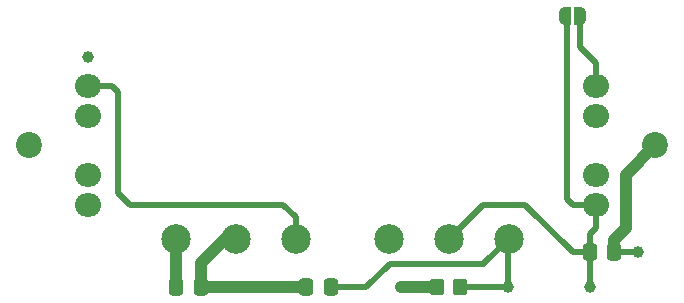
<source format=gbl>
%TF.GenerationSoftware,KiCad,Pcbnew,(5.99.0-12157-g5a28a06597)*%
%TF.CreationDate,2021-09-01T12:46:34+08:00*%
%TF.ProjectId,CW-PHONE-BAND-PASS,43572d50-484f-44e4-952d-42414e442d50,rev?*%
%TF.SameCoordinates,PX5a995c0PY6422c40*%
%TF.FileFunction,Copper,L2,Bot*%
%TF.FilePolarity,Positive*%
%FSLAX46Y46*%
G04 Gerber Fmt 4.6, Leading zero omitted, Abs format (unit mm)*
G04 Created by KiCad (PCBNEW (5.99.0-12157-g5a28a06597)) date 2021-09-01 12:46:34*
%MOMM*%
%LPD*%
G01*
G04 APERTURE LIST*
G04 Aperture macros list*
%AMRoundRect*
0 Rectangle with rounded corners*
0 $1 Rounding radius*
0 $2 $3 $4 $5 $6 $7 $8 $9 X,Y pos of 4 corners*
0 Add a 4 corners polygon primitive as box body*
4,1,4,$2,$3,$4,$5,$6,$7,$8,$9,$2,$3,0*
0 Add four circle primitives for the rounded corners*
1,1,$1+$1,$2,$3*
1,1,$1+$1,$4,$5*
1,1,$1+$1,$6,$7*
1,1,$1+$1,$8,$9*
0 Add four rect primitives between the rounded corners*
20,1,$1+$1,$2,$3,$4,$5,0*
20,1,$1+$1,$4,$5,$6,$7,0*
20,1,$1+$1,$6,$7,$8,$9,0*
20,1,$1+$1,$8,$9,$2,$3,0*%
%AMFreePoly0*
4,1,22,0.500000,-0.750000,0.000000,-0.750000,0.000000,-0.745033,-0.079941,-0.743568,-0.215256,-0.701293,-0.333266,-0.622738,-0.424486,-0.514219,-0.481581,-0.384460,-0.499164,-0.250000,-0.500000,-0.250000,-0.500000,0.250000,-0.499164,0.250000,-0.499963,0.256109,-0.478152,0.396186,-0.417904,0.524511,-0.324060,0.630769,-0.204165,0.706417,-0.067858,0.745374,0.000000,0.744959,0.000000,0.750000,
0.500000,0.750000,0.500000,-0.750000,0.500000,-0.750000,$1*%
%AMFreePoly1*
4,1,20,0.000000,0.744959,0.073905,0.744508,0.209726,0.703889,0.328688,0.626782,0.421226,0.519385,0.479903,0.390333,0.500000,0.250000,0.500000,-0.250000,0.499851,-0.262216,0.476331,-0.402017,0.414519,-0.529596,0.319384,-0.634700,0.198574,-0.708877,0.061801,-0.746166,0.000000,-0.745033,0.000000,-0.750000,-0.500000,-0.750000,-0.500000,0.750000,0.000000,0.750000,0.000000,0.744959,
0.000000,0.744959,$1*%
G04 Aperture macros list end*
%TA.AperFunction,ComponentPad*%
%ADD10C,2.500000*%
%TD*%
%TA.AperFunction,SMDPad,CuDef*%
%ADD11RoundRect,0.250000X0.337500X0.475000X-0.337500X0.475000X-0.337500X-0.475000X0.337500X-0.475000X0*%
%TD*%
%TA.AperFunction,ComponentPad*%
%ADD12O,2.200000X2.000000*%
%TD*%
%TA.AperFunction,ComponentPad*%
%ADD13C,2.200000*%
%TD*%
%TA.AperFunction,ComponentPad*%
%ADD14C,1.000000*%
%TD*%
%TA.AperFunction,SMDPad,CuDef*%
%ADD15RoundRect,0.250000X-0.337500X-0.475000X0.337500X-0.475000X0.337500X0.475000X-0.337500X0.475000X0*%
%TD*%
%TA.AperFunction,SMDPad,CuDef*%
%ADD16RoundRect,0.250000X0.350000X0.450000X-0.350000X0.450000X-0.350000X-0.450000X0.350000X-0.450000X0*%
%TD*%
%TA.AperFunction,SMDPad,CuDef*%
%ADD17FreePoly0,0.000000*%
%TD*%
%TA.AperFunction,SMDPad,CuDef*%
%ADD18FreePoly1,0.000000*%
%TD*%
%TA.AperFunction,ViaPad*%
%ADD19C,1.000000*%
%TD*%
%TA.AperFunction,Conductor*%
%ADD20C,0.500000*%
%TD*%
%TA.AperFunction,Conductor*%
%ADD21C,1.000000*%
%TD*%
G04 APERTURE END LIST*
D10*
%TO.P,RV2,1,1*%
%TO.N,GND*%
X41920000Y11095000D03*
%TO.P,RV2,2,2*%
%TO.N,/OUT*%
X47000000Y11095000D03*
%TO.P,RV2,3,3*%
%TO.N,/B*%
X52080000Y11095000D03*
%TD*%
%TO.P,RV1,1,1*%
%TO.N,GND*%
X23920000Y11095000D03*
%TO.P,RV1,2,2*%
%TO.N,/A*%
X29000000Y11095000D03*
%TO.P,RV1,3,3*%
%TO.N,/IN*%
X34080000Y11095000D03*
%TD*%
D11*
%TO.P,C1,1*%
%TO.N,/A*%
X26037500Y7000000D03*
%TO.P,C1,2*%
%TO.N,GND*%
X23962500Y7000000D03*
%TD*%
D12*
%TO.P,J1,R*%
%TO.N,unconnected-(J1-PadR)*%
X16500000Y14000000D03*
%TO.P,J1,RN*%
%TO.N,unconnected-(J1-PadRN)*%
X16500000Y16500000D03*
D13*
%TO.P,J1,S*%
%TO.N,GND*%
X11500000Y19000000D03*
D12*
%TO.P,J1,T*%
%TO.N,/IN*%
X16500000Y24000000D03*
%TO.P,J1,TN*%
%TO.N,unconnected-(J1-PadTN)*%
X16500000Y21500000D03*
%TD*%
D14*
%TO.P,TP3,1,1*%
%TO.N,/B*%
X52000000Y7000000D03*
%TD*%
D15*
%TO.P,C2,1*%
%TO.N,/A*%
X34962500Y7000000D03*
%TO.P,C2,2*%
%TO.N,/B*%
X37037500Y7000000D03*
%TD*%
D14*
%TO.P,TP1,1,1*%
%TO.N,/IN*%
X16500000Y26500000D03*
%TD*%
D11*
%TO.P,C3,1*%
%TO.N,GND*%
X61037500Y10000000D03*
%TO.P,C3,2*%
%TO.N,/OUT*%
X58962500Y10000000D03*
%TD*%
D14*
%TO.P,TP2,1,1*%
%TO.N,/A*%
X31000000Y7000000D03*
%TD*%
D16*
%TO.P,R1,1*%
%TO.N,/B*%
X48000000Y7000000D03*
%TO.P,R1,2*%
%TO.N,GND*%
X46000000Y7000000D03*
%TD*%
D17*
%TO.P,JP1,1,A*%
%TO.N,/OUT*%
X56850000Y30000000D03*
D18*
%TO.P,JP1,2,B*%
%TO.N,/OUT_R*%
X58150000Y30000000D03*
%TD*%
D14*
%TO.P,TP4,1,1*%
%TO.N,/OUT*%
X59000000Y7000000D03*
%TD*%
D12*
%TO.P,J2,R*%
%TO.N,/OUT_R*%
X59500000Y24000000D03*
%TO.P,J2,RN*%
%TO.N,unconnected-(J2-PadRN)*%
X59500000Y21500000D03*
D13*
%TO.P,J2,S*%
%TO.N,GND*%
X64500000Y19000000D03*
D12*
%TO.P,J2,T*%
%TO.N,/OUT*%
X59500000Y14000000D03*
%TO.P,J2,TN*%
%TO.N,unconnected-(J2-PadTN)*%
X59500000Y16500000D03*
%TD*%
D19*
%TO.N,GND*%
X43000000Y7000000D03*
X63000000Y10000000D03*
%TD*%
D20*
%TO.N,/OUT_R*%
X59500000Y26000000D02*
X58150000Y27350000D01*
%TO.N,/OUT*%
X59500000Y14000000D02*
X59500000Y12000000D01*
X59500000Y14000000D02*
X57500000Y14000000D01*
X57500000Y14000000D02*
X57000000Y14500000D01*
X58962500Y11462500D02*
X59500000Y12000000D01*
X58962500Y10000000D02*
X58962500Y11462500D01*
D21*
%TO.N,/A*%
X29000000Y11095000D02*
X28095000Y11095000D01*
X28095000Y11095000D02*
X26037500Y9037500D01*
X26037500Y7000000D02*
X31000000Y7000000D01*
X26037500Y9037500D02*
X26037500Y7000000D01*
X31000000Y7000000D02*
X34962500Y7000000D01*
%TO.N,GND*%
X62000000Y15500000D02*
X62000000Y12000000D01*
X61037500Y11037500D02*
X61037500Y10000000D01*
X43000000Y7000000D02*
X46000000Y7000000D01*
X62000000Y12000000D02*
X61037500Y11037500D01*
X23920000Y11095000D02*
X23920000Y7042500D01*
D20*
X61037500Y10000000D02*
X63000000Y10000000D01*
D21*
X23920000Y7042500D02*
X23962500Y7000000D01*
X62000000Y16500000D02*
X62000000Y15500000D01*
X64500000Y19000000D02*
X62000000Y16500000D01*
D20*
%TO.N,/B*%
X37037500Y7000000D02*
X40000000Y7000000D01*
X50000000Y9015000D02*
X52080000Y11095000D01*
X52000000Y11015000D02*
X52080000Y11095000D01*
X40000000Y7000000D02*
X42000000Y9000000D01*
X50000000Y9000000D02*
X50000000Y9015000D01*
X48000000Y7000000D02*
X52000000Y7000000D01*
X52000000Y7000000D02*
X52000000Y11015000D01*
X42000000Y9000000D02*
X50000000Y9000000D01*
%TO.N,/OUT*%
X49905000Y14000000D02*
X53500000Y14000000D01*
X59000000Y9962500D02*
X58962500Y10000000D01*
X57000000Y29500000D02*
X57000000Y14500000D01*
X47000000Y11095000D02*
X49905000Y14000000D01*
X53500000Y14000000D02*
X57500000Y10000000D01*
X56850000Y30000000D02*
X56850000Y29650000D01*
X59000000Y7000000D02*
X59000000Y9962500D01*
X57500000Y10000000D02*
X58962500Y10000000D01*
X56850000Y29650000D02*
X57000000Y29500000D01*
%TO.N,/IN*%
X20000000Y14000000D02*
X19000000Y15000000D01*
X33000000Y14000000D02*
X20000000Y14000000D01*
X19000000Y23500000D02*
X18500000Y24000000D01*
X19000000Y15000000D02*
X19000000Y23500000D01*
X18500000Y24000000D02*
X17000000Y24000000D01*
X34080000Y11095000D02*
X34080000Y12920000D01*
X34080000Y12920000D02*
X33000000Y14000000D01*
%TO.N,/OUT_R*%
X58150000Y30000000D02*
X58150000Y27350000D01*
X59500000Y26000000D02*
X59500000Y24000000D01*
%TD*%
M02*

</source>
